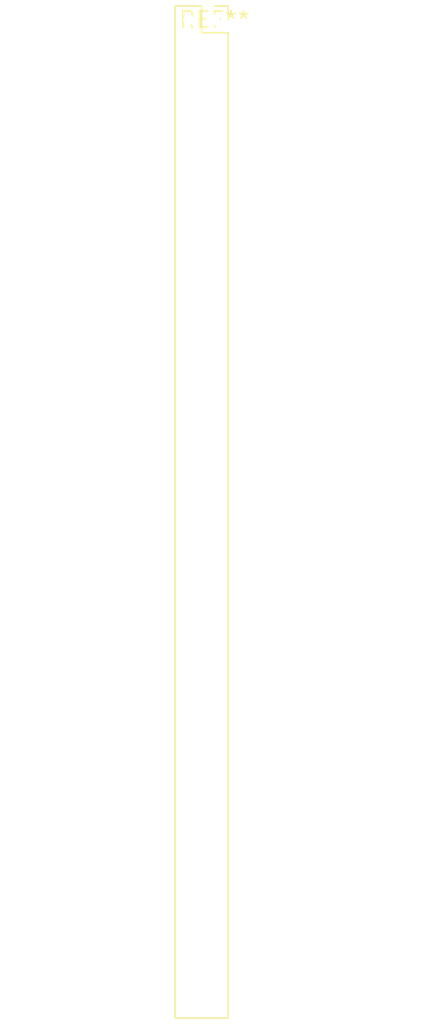
<source format=kicad_pcb>
(kicad_pcb (version 20240108) (generator pcbnew)
  (layers (0 "F.Cu" signal) (31 "B.Cu" signal) (34 "B.Paste" user) (35 "F.Paste" user) (36 "B.SilkS" user "B.Silkscreen") (37 "F.SilkS" user "F.Silkscreen") (38 "B.Mask" user) (39 "F.Mask" user) (44 "Edge.Cuts" user))
  (net 0 "")
  (footprint "PinSocket_2x39_P2.00mm_Vertical" (layer "F.Cu") (at 0 0)
    (property "Reference" "REF**")
    (property "Value" "PinSocket_2x39_P2.00mm_Vertical")
    (fp_line (start -3.06 -1.06) (end -3.06 77.06) (layer "F.SilkS") (stroke (width 0.12)))
    (fp_line (start -3.06 -1.06) (end -1 -1.06) (layer "F.SilkS") (stroke (width 0.12)))
    (fp_line (start -3.06 77.06) (end 1.06 77.06) (layer "F.SilkS") (stroke (width 0.12)))
    (fp_line (start -1 -1.06) (end -1 1) (layer "F.SilkS") (stroke (width 0.12)))
    (fp_line (start -1 1) (end 1.06 1) (layer "F.SilkS") (stroke (width 0.12)))
    (fp_line (start 0 -1.06) (end 1.06 -1.06) (layer "F.SilkS") (stroke (width 0.12)))
    (fp_line (start 1.06 -1.06) (end 1.06 0) (layer "F.SilkS") (stroke (width 0.12)))
    (fp_line (start 1.06 1) (end 1.06 77.06) (layer "F.SilkS") (stroke (width 0.12)))
    (pad "1" thru_hole rect (at 0 0) (size 1.35 1.35) (drill 0.8) (layers *.Cu *.Mask) (remove_unused_layers))
    (pad "2" thru_hole oval (at -2 0) (size 1.35 1.35) (drill 0.8) (layers *.Cu *.Mask) (remove_unused_layers))
    (pad "3" thru_hole oval (at 0 2) (size 1.35 1.35) (drill 0.8) (layers *.Cu *.Mask) (remove_unused_layers))
    (pad "4" thru_hole oval (at -2 2) (size 1.35 1.35) (drill 0.8) (layers *.Cu *.Mask) (remove_unused_layers))
    (pad "5" thru_hole oval (at 0 4) (size 1.35 1.35) (drill 0.8) (layers *.Cu *.Mask) (remove_unused_layers))
    (pad "6" thru_hole oval (at -2 4) (size 1.35 1.35) (drill 0.8) (layers *.Cu *.Mask) (remove_unused_layers))
    (pad "7" thru_hole oval (at 0 6) (size 1.35 1.35) (drill 0.8) (layers *.Cu *.Mask) (remove_unused_layers))
    (pad "8" thru_hole oval (at -2 6) (size 1.35 1.35) (drill 0.8) (layers *.Cu *.Mask) (remove_unused_layers))
    (pad "9" thru_hole oval (at 0 8) (size 1.35 1.35) (drill 0.8) (layers *.Cu *.Mask) (remove_unused_layers))
    (pad "10" thru_hole oval (at -2 8) (size 1.35 1.35) (drill 0.8) (layers *.Cu *.Mask) (remove_unused_layers))
    (pad "11" thru_hole oval (at 0 10) (size 1.35 1.35) (drill 0.8) (layers *.Cu *.Mask) (remove_unused_layers))
    (pad "12" thru_hole oval (at -2 10) (size 1.35 1.35) (drill 0.8) (layers *.Cu *.Mask) (remove_unused_layers))
    (pad "13" thru_hole oval (at 0 12) (size 1.35 1.35) (drill 0.8) (layers *.Cu *.Mask) (remove_unused_layers))
    (pad "14" thru_hole oval (at -2 12) (size 1.35 1.35) (drill 0.8) (layers *.Cu *.Mask) (remove_unused_layers))
    (pad "15" thru_hole oval (at 0 14) (size 1.35 1.35) (drill 0.8) (layers *.Cu *.Mask) (remove_unused_layers))
    (pad "16" thru_hole oval (at -2 14) (size 1.35 1.35) (drill 0.8) (layers *.Cu *.Mask) (remove_unused_layers))
    (pad "17" thru_hole oval (at 0 16) (size 1.35 1.35) (drill 0.8) (layers *.Cu *.Mask) (remove_unused_layers))
    (pad "18" thru_hole oval (at -2 16) (size 1.35 1.35) (drill 0.8) (layers *.Cu *.Mask) (remove_unused_layers))
    (pad "19" thru_hole oval (at 0 18) (size 1.35 1.35) (drill 0.8) (layers *.Cu *.Mask) (remove_unused_layers))
    (pad "20" thru_hole oval (at -2 18) (size 1.35 1.35) (drill 0.8) (layers *.Cu *.Mask) (remove_unused_layers))
    (pad "21" thru_hole oval (at 0 20) (size 1.35 1.35) (drill 0.8) (layers *.Cu *.Mask) (remove_unused_layers))
    (pad "22" thru_hole oval (at -2 20) (size 1.35 1.35) (drill 0.8) (layers *.Cu *.Mask) (remove_unused_layers))
    (pad "23" thru_hole oval (at 0 22) (size 1.35 1.35) (drill 0.8) (layers *.Cu *.Mask) (remove_unused_layers))
    (pad "24" thru_hole oval (at -2 22) (size 1.35 1.35) (drill 0.8) (layers *.Cu *.Mask) (remove_unused_layers))
    (pad "25" thru_hole oval (at 0 24) (size 1.35 1.35) (drill 0.8) (layers *.Cu *.Mask) (remove_unused_layers))
    (pad "26" thru_hole oval (at -2 24) (size 1.35 1.35) (drill 0.8) (layers *.Cu *.Mask) (remove_unused_layers))
    (pad "27" thru_hole oval (at 0 26) (size 1.35 1.35) (drill 0.8) (layers *.Cu *.Mask) (remove_unused_layers))
    (pad "28" thru_hole oval (at -2 26) (size 1.35 1.35) (drill 0.8) (layers *.Cu *.Mask) (remove_unused_layers))
    (pad "29" thru_hole oval (at 0 28) (size 1.35 1.35) (drill 0.8) (layers *.Cu *.Mask) (remove_unused_layers))
    (pad "30" thru_hole oval (at -2 28) (size 1.35 1.35) (drill 0.8) (layers *.Cu *.Mask) (remove_unused_layers))
    (pad "31" thru_hole oval (at 0 30) (size 1.35 1.35) (drill 0.8) (layers *.Cu *.Mask) (remove_unused_layers))
    (pad "32" thru_hole oval (at -2 30) (size 1.35 1.35) (drill 0.8) (layers *.Cu *.Mask) (remove_unused_layers))
    (pad "33" thru_hole oval (at 0 32) (size 1.35 1.35) (drill 0.8) (layers *.Cu *.Mask) (remove_unused_layers))
    (pad "34" thru_hole oval (at -2 32) (size 1.35 1.35) (drill 0.8) (layers *.Cu *.Mask) (remove_unused_layers))
    (pad "35" thru_hole oval (at 0 34) (size 1.35 1.35) (drill 0.8) (layers *.Cu *.Mask) (remove_unused_layers))
    (pad "36" thru_hole oval (at -2 34) (size 1.35 1.35) (drill 0.8) (layers *.Cu *.Mask) (remove_unused_layers))
    (pad "37" thru_hole oval (at 0 36) (size 1.35 1.35) (drill 0.8) (layers *.Cu *.Mask) (remove_unused_layers))
    (pad "38" thru_hole oval (at -2 36) (size 1.35 1.35) (drill 0.8) (layers *.Cu *.Mask) (remove_unused_layers))
    (pad "39" thru_hole oval (at 0 38) (size 1.35 1.35) (drill 0.8) (layers *.Cu *.Mask) (remove_unused_layers))
    (pad "40" thru_hole oval (at -2 38) (size 1.35 1.35) (drill 0.8) (layers *.Cu *.Mask) (remove_unused_layers))
    (pad "41" thru_hole oval (at 0 40) (size 1.35 1.35) (drill 0.8) (layers *.Cu *.Mask) (remove_unused_layers))
    (pad "42" thru_hole oval (at -2 40) (size 1.35 1.35) (drill 0.8) (layers *.Cu *.Mask) (remove_unused_layers))
    (pad "43" thru_hole oval (at 0 42) (size 1.35 1.35) (drill 0.8) (layers *.Cu *.Mask) (remove_unused_layers))
    (pad "44" thru_hole oval (at -2 42) (size 1.35 1.35) (drill 0.8) (layers *.Cu *.Mask) (remove_unused_layers))
    (pad "45" thru_hole oval (at 0 44) (size 1.35 1.35) (drill 0.8) (layers *.Cu *.Mask) (remove_unused_layers))
    (pad "46" thru_hole oval (at -2 44) (size 1.35 1.35) (drill 0.8) (layers *.Cu *.Mask) (remove_unused_layers))
    (pad "47" thru_hole oval (at 0 46) (size 1.35 1.35) (drill 0.8) (layers *.Cu *.Mask) (remove_unused_layers))
    (pad "48" thru_hole oval (at -2 46) (size 1.35 1.35) (drill 0.8) (layers *.Cu *.Mask) (remove_unused_layers))
    (pad "49" thru_hole oval (at 0 48) (size 1.35 1.35) (drill 0.8) (layers *.Cu *.Mask) (remove_unused_layers))
    (pad "50" thru_hole oval (at -2 48) (size 1.35 1.35) (drill 0.8) (layers *.Cu *.Mask) (remove_unused_layers))
    (pad "51" thru_hole oval (at 0 50) (size 1.35 1.35) (drill 0.8) (layers *.Cu *.Mask) (remove_unused_layers))
    (pad "52" thru_hole oval (at -2 50) (size 1.35 1.35) (drill 0.8) (layers *.Cu *.Mask) (remove_unused_layers))
    (pad "53" thru_hole oval (at 0 52) (size 1.35 1.35) (drill 0.8) (layers *.Cu *.Mask) (remove_unused_layers))
    (pad "54" thru_hole oval (at -2 52) (size 1.35 1.35) (drill 0.8) (layers *.Cu *.Mask) (remove_unused_layers))
    (pad "55" thru_hole oval (at 0 54) (size 1.35 1.35) (drill 0.8) (layers *.Cu *.Mask) (remove_unused_layers))
    (pad "56" thru_hole oval (at -2 54) (size 1.35 1.35) (drill 0.8) (layers *.Cu *.Mask) (remove_unused_layers))
    (pad "57" thru_hole oval (at 0 56) (size 1.35 1.35) (drill 0.8) (layers *.Cu *.Mask) (remove_unused_layers))
    (pad "58" thru_hole oval (at -2 56) (size 1.35 1.35) (drill 0.8) (layers *.Cu *.Mask) (remove_unused_layers))
    (pad "59" thru_hole oval (at 0 58) (size 1.35 1.35) (drill 0.8) (layers *.Cu *.Mask) (remove_unused_layers))
    (pad "60" thru_hole oval (at -2 58) (size 1.35 1.35) (drill 0.8) (layers *.Cu *.Mask) (remove_unused_layers))
    (pad "61" thru_hole oval (at 0 60) (size 1.35 1.35) (drill 0.8) (layers *.Cu *.Mask) (remove_unused_layers))
    (pad "62" thru_hole oval (at -2 60) (size 1.35 1.35) (drill 0.8) (layers *.Cu *.Mask) (remove_unused_layers))
    (pad "63" thru_hole oval (at 0 62) (size 1.35 1.35) (drill 0.8) (layers *.Cu *.Mask) (remove_unused_layers))
    (pad "64" thru_hole oval (at -2 62) (size 1.35 1.35) (drill 0.8) (layers *.Cu *.Mask) (remove_unused_layers))
    (pad "65" thru_hole oval (at 0 64) (size 1.35 1.35) (drill 0.8) (layers *.Cu *.Mask) (remove_unused_layers))
    (pad "66" thru_hole oval (at -2 64) (size 1.35 1.35) (drill 0.8) (layers *.Cu *.Mask) (remove_unused_layers))
    (pad "67" thru_hole oval (at 0 66) (size 1.35 1.35) (drill 0.8) (layers *.Cu *.Mask) (remove_unused_layers))
    (pad "68" thru_hole oval (at -2 66) (size 1.35 1.35) (drill 0.8) (layers *.Cu *.Mask) (remove_unused_layers))
    (pad "69" thru_hole oval (at 0 68) (size 1.35 1.35) (drill 0.8) (layers *.Cu *.Mask) (remove_unused_layers))
    (pad "70" thru_hole oval (at -2 68) (size 1.35 1.35) (drill 0.8) (layers *.Cu *.Mask) (remove_unused_layers))
    (pad "71" thru_hole oval (at 0 70) (size 1.35 1.35) (drill 0.8) (layers *.Cu *.Mask) (remove_unused_layers))
    (pad "72" thru_hole oval (at -2 70) (size 1.35 1.35) (drill 0.8) (layers *.Cu *.Mask) (remove_unused_layers))
    (pad "73" thru_hole oval (at 0 72) (size 1.35 1.35) (drill 0.8) (layers *.Cu *.Mask) (remove_unused_layers))
    (pad "74" thru_hole oval (at -2 72) (size 1.35 1.35) (drill 0.8) (layers *.Cu *.Mask) (remove_unused_layers))
    (pad "75" thru_hole oval (at 0 74) (size 1.35 1.35) (drill 0.8) (layers *.Cu *.Mask) (remove_unused_layers))
    (pad "76" thru_hole oval (at -2 74) (size 1.35 1.35) (drill 0.8) (layers *.Cu *.Mask) (remove_unused_layers))
    (pad "77" thru_hole oval (at 0 76) (size 1.35 1.35) (drill 0.8) (layers *.Cu *.Mask) (remove_unused_layers))
    (pad "78" thru_hole oval (at -2 76) (size 1.35 1.35) (drill 0.8) (layers *.Cu *.Mask) (remove_unused_layers))
  )
)
</source>
